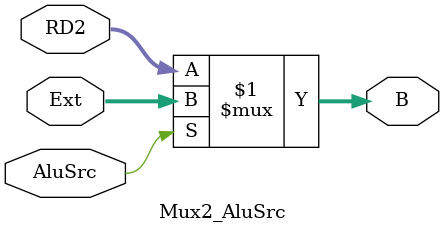
<source format=v>
module Mux2_MemtoReg( C , Dm , MemtoReg , R);
input [31:0] C ,Dm ;//A is from ALU result C , Dm is from DataMemory
input MemtoReg ;
output [31:0] R ;
assign R = MemtoReg ? Dm : C ;
endmodule 

module Mux2_RegDst( Rt , Rd , RegDst , A3 );
input [4:0] Rt , Rd ; 
input RegDst ;
output [4:0] A3 ;
assign A3 = RegDst ? Rd : Rt ;
endmodule

module Mux2_AluSrc( RD2 , Ext , AluSrc , B );
input [31:0] RD2 , Ext ;
input AluSrc ;
output [31:0] B ;
assign B = AluSrc ? Ext : RD2 ;
endmodule
</source>
